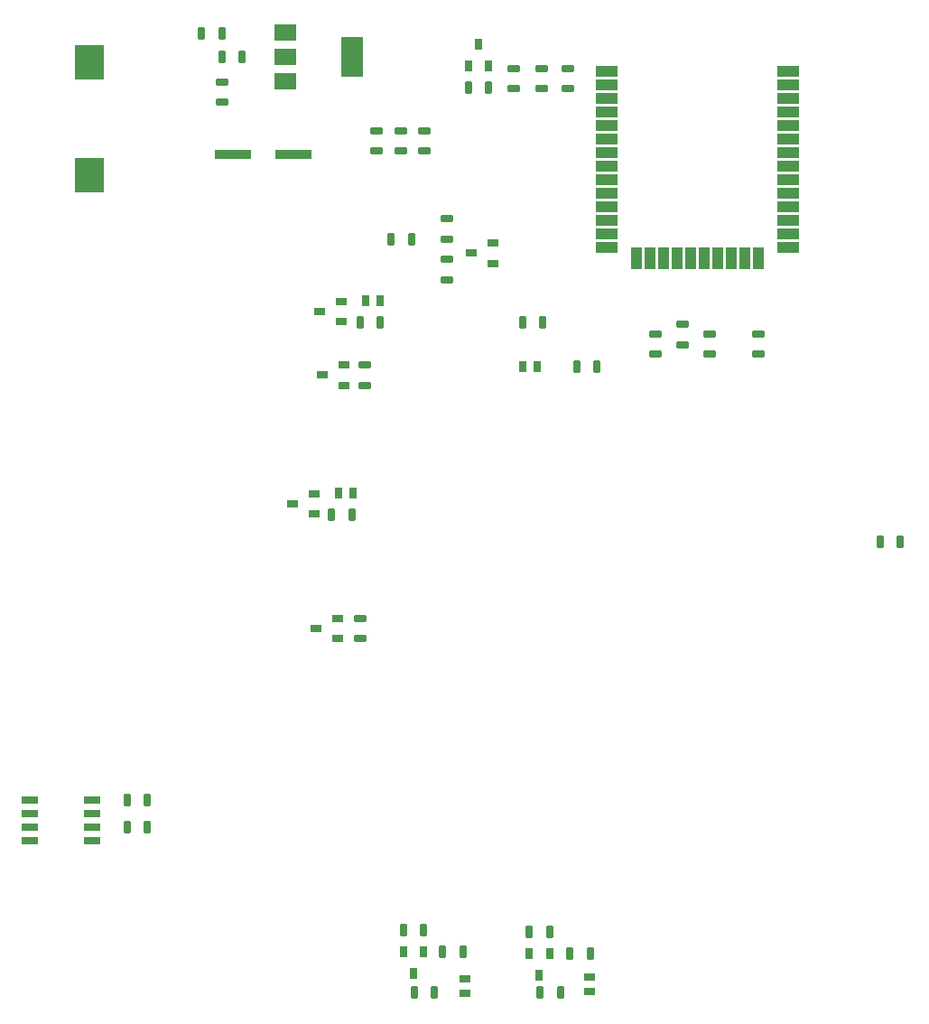
<source format=gtp>
G04*
G04 #@! TF.GenerationSoftware,Altium Limited,Altium Designer,21.0.8 (223)*
G04*
G04 Layer_Color=8421504*
%FSLAX25Y25*%
%MOIN*%
G70*
G04*
G04 #@! TF.SameCoordinates,D13D4976-0AF9-4397-BE84-B4B6C9367268*
G04*
G04*
G04 #@! TF.FilePolarity,Positive*
G04*
G01*
G75*
%ADD19R,0.08000X0.03900*%
%ADD20R,0.03900X0.08000*%
%ADD21R,0.08000X0.04000*%
%ADD22R,0.05910X0.03030*%
%ADD23R,0.03000X0.04000*%
%ADD24R,0.04000X0.03000*%
%ADD25R,0.08000X0.06000*%
%ADD26R,0.08000X0.15000*%
%ADD27R,0.13583X0.03543*%
%ADD28R,0.04000X0.02854*%
%ADD29R,0.02854X0.04000*%
G04:AMPARAMS|DCode=30|XSize=27.56mil|YSize=49.21mil|CornerRadius=6.89mil|HoleSize=0mil|Usage=FLASHONLY|Rotation=0.000|XOffset=0mil|YOffset=0mil|HoleType=Round|Shape=RoundedRectangle|*
%AMROUNDEDRECTD30*
21,1,0.02756,0.03543,0,0,0.0*
21,1,0.01378,0.04921,0,0,0.0*
1,1,0.01378,0.00689,-0.01772*
1,1,0.01378,-0.00689,-0.01772*
1,1,0.01378,-0.00689,0.01772*
1,1,0.01378,0.00689,0.01772*
%
%ADD30ROUNDEDRECTD30*%
G04:AMPARAMS|DCode=31|XSize=27.56mil|YSize=49.21mil|CornerRadius=6.89mil|HoleSize=0mil|Usage=FLASHONLY|Rotation=90.000|XOffset=0mil|YOffset=0mil|HoleType=Round|Shape=RoundedRectangle|*
%AMROUNDEDRECTD31*
21,1,0.02756,0.03543,0,0,90.0*
21,1,0.01378,0.04921,0,0,90.0*
1,1,0.01378,0.01772,0.00689*
1,1,0.01378,0.01772,-0.00689*
1,1,0.01378,-0.01772,-0.00689*
1,1,0.01378,-0.01772,0.00689*
%
%ADD31ROUNDEDRECTD31*%
%ADD32R,0.10984X0.12598*%
D19*
X264000Y295000D02*
D03*
Y300000D02*
D03*
Y305000D02*
D03*
Y310000D02*
D03*
Y315000D02*
D03*
Y320000D02*
D03*
Y325000D02*
D03*
Y330000D02*
D03*
Y335000D02*
D03*
Y340000D02*
D03*
Y345000D02*
D03*
Y350000D02*
D03*
Y355000D02*
D03*
Y360000D02*
D03*
X330929D02*
D03*
Y355000D02*
D03*
Y350000D02*
D03*
Y345000D02*
D03*
Y335000D02*
D03*
Y330000D02*
D03*
Y325000D02*
D03*
Y320000D02*
D03*
Y315000D02*
D03*
Y310000D02*
D03*
Y305079D02*
D03*
Y300000D02*
D03*
Y295000D02*
D03*
D20*
X284965Y291063D02*
D03*
X289965D02*
D03*
X294965Y291100D02*
D03*
X299965Y291063D02*
D03*
X304965D02*
D03*
X309965D02*
D03*
X314965D02*
D03*
X274965D02*
D03*
X279965D02*
D03*
X319965D02*
D03*
D21*
X330929Y340000D02*
D03*
D22*
X74000Y91000D02*
D03*
Y86000D02*
D03*
Y81000D02*
D03*
Y76000D02*
D03*
X51000D02*
D03*
Y81000D02*
D03*
Y86000D02*
D03*
Y91000D02*
D03*
D23*
X192500Y27000D02*
D03*
X196250Y35000D02*
D03*
X188750D02*
D03*
X239000Y26500D02*
D03*
X242750Y34500D02*
D03*
X235250D02*
D03*
X216500Y370000D02*
D03*
X212750Y362000D02*
D03*
X220250D02*
D03*
D24*
X156500Y154500D02*
D03*
X164500Y150750D02*
D03*
Y158250D02*
D03*
X159000Y248000D02*
D03*
X167000Y244250D02*
D03*
Y251750D02*
D03*
X156000Y204250D02*
D03*
Y196750D02*
D03*
X148000Y200500D02*
D03*
X166000Y275250D02*
D03*
Y267750D02*
D03*
X158000Y271500D02*
D03*
X222000Y296750D02*
D03*
Y289250D02*
D03*
X214000Y293000D02*
D03*
D25*
X145250Y374560D02*
D03*
Y365500D02*
D03*
Y356440D02*
D03*
D26*
X169750Y365560D02*
D03*
D27*
X125779Y329500D02*
D03*
X148221D02*
D03*
D28*
X211500Y25216D02*
D03*
Y19783D02*
D03*
X257500Y20283D02*
D03*
Y25717D02*
D03*
D29*
X238216Y251000D02*
D03*
X232784D02*
D03*
X170217Y204500D02*
D03*
X164784D02*
D03*
X180217Y275500D02*
D03*
X174784D02*
D03*
D30*
X196240Y43000D02*
D03*
X188760D02*
D03*
X210740Y35000D02*
D03*
X203260D02*
D03*
X364760Y186500D02*
D03*
X372240D02*
D03*
X192760Y20000D02*
D03*
X200240D02*
D03*
X235260Y42500D02*
D03*
X242740D02*
D03*
X257740Y34500D02*
D03*
X250260D02*
D03*
X239260Y20000D02*
D03*
X246740D02*
D03*
X220240Y354000D02*
D03*
X212760D02*
D03*
X114260Y374000D02*
D03*
X121740D02*
D03*
X232760Y267500D02*
D03*
X240240D02*
D03*
X121760Y365500D02*
D03*
X129240D02*
D03*
X169740Y196500D02*
D03*
X162260D02*
D03*
X180240Y267500D02*
D03*
X172760D02*
D03*
X184260Y298000D02*
D03*
X191740D02*
D03*
X252760Y251000D02*
D03*
X260240D02*
D03*
X94240Y81000D02*
D03*
X86760D02*
D03*
Y91000D02*
D03*
X94240D02*
D03*
D31*
X282000Y263240D02*
D03*
Y255760D02*
D03*
X292000Y266740D02*
D03*
Y259260D02*
D03*
X179000Y330760D02*
D03*
Y338240D02*
D03*
X302000Y255760D02*
D03*
Y263240D02*
D03*
X320000Y255760D02*
D03*
Y263240D02*
D03*
X196500Y330760D02*
D03*
Y338240D02*
D03*
X173000Y150760D02*
D03*
Y158240D02*
D03*
X174500Y244260D02*
D03*
Y251740D02*
D03*
X205000Y298260D02*
D03*
Y305740D02*
D03*
X188000Y338240D02*
D03*
Y330760D02*
D03*
X249500Y361240D02*
D03*
Y353760D02*
D03*
X240000Y361240D02*
D03*
Y353760D02*
D03*
X229500Y361240D02*
D03*
Y353760D02*
D03*
X122000Y356240D02*
D03*
Y348760D02*
D03*
X205000Y283260D02*
D03*
Y290740D02*
D03*
D32*
X73000Y321634D02*
D03*
Y363366D02*
D03*
M02*

</source>
